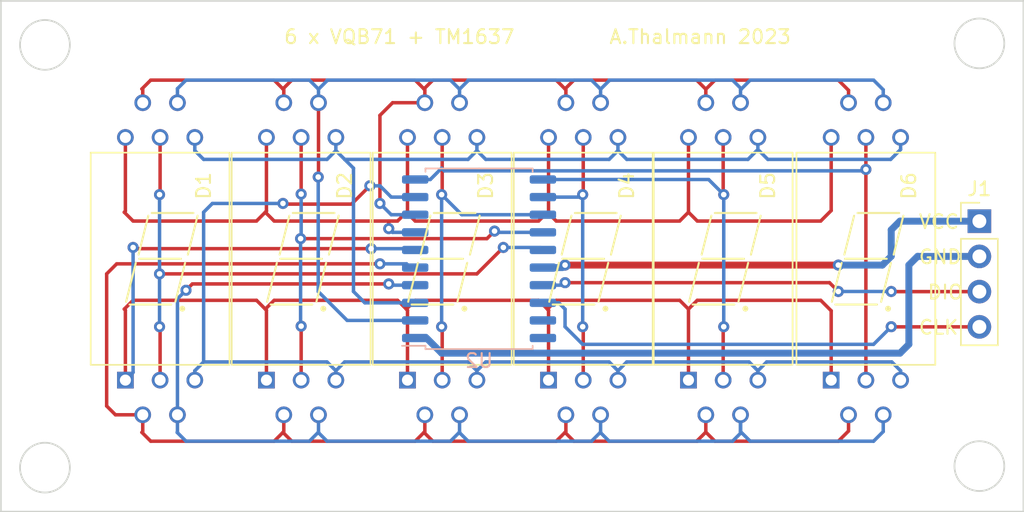
<source format=kicad_pcb>
(kicad_pcb (version 20221018) (generator pcbnew)
  (layers (0 "F.Cu" signal) (31 "B.Cu" signal) (34 "B.Paste" user) (35 "F.Paste" user) (36 "B.SilkS" user "B.Silkscreen") (37 "F.SilkS" user "F.Silkscreen") (38 "B.Mask" user) (39 "F.Mask" user) (44 "Edge.Cuts" user))
  (net 0 "")
  (net 1 "Net-(D1-E)")
  (net 2 "Net-(D1-D)")
  (net 3 "Net-(D1-C)")
  (net 4 "Net-(D1-H)")
  (net 5 "Net-(D1-B)")
  (net 6 "Net-(D1-A)")
  (net 7 "Net-(D1-G)")
  (net 8 "Net-(D1-F)")
  (net 9 "Net-(D1-gA1)")
  (net 10 "Net-(D2-gA1)")
  (net 11 "Net-(D3-gA1)")
  (net 12 "Net-(D4-gA1)")
  (net 13 "Net-(D5-gA1)")
  (net 14 "Net-(D6-gA1)")
  (net 17 "+5V")
  (net 18 "GND")
  (net 19 "Net-(J1-Pin_3)")
  (net 20 "Net-(J1-Pin_4)")
  (footprint "RFT_sonstiges:D_VQB71" (layer "F.Cu") (at 137.2 82.73)
    (fp_text reference "D3" (at 3.135 -5.26 90) (layer "F.SilkS"))
    (fp_text value "VQB71")
    (fp_line (start -2.45 3.1) (end -1.75 0.3) (stroke (width 0.15)) (layer "F.SilkS"))
    (fp_line (start -2.2 3.3) (end 0.8 3.3) (stroke (width 0.15)) (layer "F.SilkS"))
    (fp_line (start -1.55 -0.3) (end -0.85 -3.1) (stroke (width 0.15)) (layer "F.SilkS"))
    (fp_line (start -1.5 0) (end 1.5 0) (stroke (width 0.15)) (layer "F.SilkS"))
    (fp_line (start -0.6 -3.3) (end 2.4 -3.3) (stroke (width 0.15)) (layer "F.SilkS"))
    (fp_line (start 1.1 3.1) (end 1.8 0.3) (stroke (width 0.15)) (layer "F.SilkS"))
    (fp_line (start 2 -0.3) (end 2.7 -3.1) (stroke (width 0.15)) (layer "F.SilkS"))
    (fp_rect (start -5 -7.65) (end 5 7.65) (stroke (width 0.12)) (fill none) (layer "F.SilkS"))
    (fp_circle (center 1.6 3.6) (end 1.75 3.6) (stroke (width 0.12)) (fill solid) (layer "F.SilkS"))
    (pad "1" thru_hole rect (at -2.5 8.75) (size 1.2 1.2) (drill 0.8) (layers "*.Cu" "*.Mask") (net 1 "Net-(D1-E)"))
    (pad "2" thru_hole circle (at -1.25 11.25) (size 1.2 1.2) (drill 0.8) (layers "*.Cu" "*.Mask") (net 2 "Net-(D1-D)"))
    (pad "3" thru_hole circle (at 0 8.75) (size 1.2 1.2) (drill 0.8) (layers "*.Cu" "*.Mask") (net 11 "Net-(D3-gA1)"))
    (pad "4" thru_hole circle (at 1.25 11.25) (size 1.2 1.2) (drill 0.8) (layers "*.Cu" "*.Mask") (net 3 "Net-(D1-C)"))
    (pad "5" thru_hole circle (at 2.5 8.75) (size 1.2 1.2) (drill 0.8) (layers "*.Cu" "*.Mask") (net 4 "Net-(D1-H)"))
    (pad "6" thru_hole circle (at 2.5 -8.75) (size 1.2 1.2) (drill 0.8) (layers "*.Cu" "*.Mask") (net 5 "Net-(D1-B)"))
    (pad "7" thru_hole circle (at 1.25 -11.25) (size 1.2 1.2) (drill 0.8) (layers "*.Cu" "*.Mask") (net 6 "Net-(D1-A)"))
    (pad "8" thru_hole circle (at 0 -8.75) (size 1.2 1.2) (drill 0.8) (layers "*.Cu" "*.Mask") (net 11 "Net-(D3-gA1)"))
    (pad "9" thru_hole circle (at -1.25 -11.25) (size 1.2 1.2) (drill 0.8) (layers "*.Cu" "*.Mask") (net 7 "Net-(D1-G)"))
    (pad "10" thru_hole circle (at -2.5 -8.75) (size 1.2 1.2) (drill 0.8) (layers "*.Cu" "*.Mask") (net 8 "Net-(D1-F)"))
  )
  (footprint "RFT_sonstiges:D_VQB71" (layer "F.Cu") (at 157.44 82.73)
    (fp_text reference "D5" (at 3.215 -5.26 90) (layer "F.SilkS"))
    (fp_text value "VQB71")
    (fp_line (start -2.45 3.1) (end -1.75 0.3) (stroke (width 0.15)) (layer "F.SilkS"))
    (fp_line (start -2.2 3.3) (end 0.8 3.3) (stroke (width 0.15)) (layer "F.SilkS"))
    (fp_line (start -1.55 -0.3) (end -0.85 -3.1) (stroke (width 0.15)) (layer "F.SilkS"))
    (fp_line (start -1.5 0) (end 1.5 0) (stroke (width 0.15)) (layer "F.SilkS"))
    (fp_line (start -0.6 -3.3) (end 2.4 -3.3) (stroke (width 0.15)) (layer "F.SilkS"))
    (fp_line (start 1.1 3.1) (end 1.8 0.3) (stroke (width 0.15)) (layer "F.SilkS"))
    (fp_line (start 2 -0.3) (end 2.7 -3.1) (stroke (width 0.15)) (layer "F.SilkS"))
    (fp_rect (start -5 -7.65) (end 5 7.65) (stroke (width 0.12)) (fill none) (layer "F.SilkS"))
    (fp_circle (center 1.6 3.6) (end 1.75 3.6) (stroke (width 0.12)) (fill solid) (layer "F.SilkS"))
    (pad "1" thru_hole rect (at -2.5 8.75) (size 1.2 1.2) (drill 0.8) (layers "*.Cu" "*.Mask") (net 1 "Net-(D1-E)"))
    (pad "2" thru_hole circle (at -1.25 11.25) (size 1.2 1.2) (drill 0.8) (layers "*.Cu" "*.Mask") (net 2 "Net-(D1-D)"))
    (pad "3" thru_hole circle (at 0 8.75) (size 1.2 1.2) (drill 0.8) (layers "*.Cu" "*.Mask") (net 13 "Net-(D5-gA1)"))
    (pad "4" thru_hole circle (at 1.25 11.25) (size 1.2 1.2) (drill 0.8) (layers "*.Cu" "*.Mask") (net 3 "Net-(D1-C)"))
    (pad "5" thru_hole circle (at 2.5 8.75) (size 1.2 1.2) (drill 0.8) (layers "*.Cu" "*.Mask") (net 4 "Net-(D1-H)"))
    (pad "6" thru_hole circle (at 2.5 -8.75) (size 1.2 1.2) (drill 0.8) (layers "*.Cu" "*.Mask") (net 5 "Net-(D1-B)"))
    (pad "7" thru_hole circle (at 1.25 -11.25) (size 1.2 1.2) (drill 0.8) (layers "*.Cu" "*.Mask") (net 6 "Net-(D1-A)"))
    (pad "8" thru_hole circle (at 0 -8.75) (size 1.2 1.2) (drill 0.8) (layers "*.Cu" "*.Mask") (net 13 "Net-(D5-gA1)"))
    (pad "9" thru_hole circle (at -1.25 -11.25) (size 1.2 1.2) (drill 0.8) (layers "*.Cu" "*.Mask") (net 7 "Net-(D1-G)"))
    (pad "10" thru_hole circle (at -2.5 -8.75) (size 1.2 1.2) (drill 0.8) (layers "*.Cu" "*.Mask") (net 8 "Net-(D1-F)"))
  )
  (footprint "RFT_sonstiges:D_VQB71" (layer "F.Cu") (at 147.36 82.73)
    (fp_text reference "D4" (at 3.135 -5.26 90) (layer "F.SilkS"))
    (fp_text value "VQB71")
    (fp_line (start -2.45 3.1) (end -1.75 0.3) (stroke (width 0.15)) (layer "F.SilkS"))
    (fp_line (start -2.2 3.3) (end 0.8 3.3) (stroke (width 0.15)) (layer "F.SilkS"))
    (fp_line (start -1.55 -0.3) (end -0.85 -3.1) (stroke (width 0.15)) (layer "F.SilkS"))
    (fp_line (start -1.5 0) (end 1.5 0) (stroke (width 0.15)) (layer "F.SilkS"))
    (fp_line (start -0.6 -3.3) (end 2.4 -3.3) (stroke (width 0.15)) (layer "F.SilkS"))
    (fp_line (start 1.1 3.1) (end 1.8 0.3) (stroke (width 0.15)) (layer "F.SilkS"))
    (fp_line (start 2 -0.3) (end 2.7 -3.1) (stroke (width 0.15)) (layer "F.SilkS"))
    (fp_rect (start -5 -7.65) (end 5 7.65) (stroke (width 0.12)) (fill none) (layer "F.SilkS"))
    (fp_circle (center 1.6 3.6) (end 1.75 3.6) (stroke (width 0.12)) (fill solid) (layer "F.SilkS"))
    (pad "1" thru_hole rect (at -2.5 8.75) (size 1.2 1.2) (drill 0.8) (layers "*.Cu" "*.Mask") (net 1 "Net-(D1-E)"))
    (pad "2" thru_hole circle (at -1.25 11.25) (size 1.2 1.2) (drill 0.8) (layers "*.Cu" "*.Mask") (net 2 "Net-(D1-D)"))
    (pad "3" thru_hole circle (at 0 8.75) (size 1.2 1.2) (drill 0.8) (layers "*.Cu" "*.Mask") (net 12 "Net-(D4-gA1)"))
    (pad "4" thru_hole circle (at 1.25 11.25) (size 1.2 1.2) (drill 0.8) (layers "*.Cu" "*.Mask") (net 3 "Net-(D1-C)"))
    (pad "5" thru_hole circle (at 2.5 8.75) (size 1.2 1.2) (drill 0.8) (layers "*.Cu" "*.Mask") (net 4 "Net-(D1-H)"))
    (pad "6" thru_hole circle (at 2.5 -8.75) (size 1.2 1.2) (drill 0.8) (layers "*.Cu" "*.Mask") (net 5 "Net-(D1-B)"))
    (pad "7" thru_hole circle (at 1.25 -11.25) (size 1.2 1.2) (drill 0.8) (layers "*.Cu" "*.Mask") (net 6 "Net-(D1-A)"))
    (pad "8" thru_hole circle (at 0 -8.75) (size 1.2 1.2) (drill 0.8) (layers "*.Cu" "*.Mask") (net 12 "Net-(D4-gA1)"))
    (pad "9" thru_hole circle (at -1.25 -11.25) (size 1.2 1.2) (drill 0.8) (layers "*.Cu" "*.Mask") (net 7 "Net-(D1-G)"))
    (pad "10" thru_hole circle (at -2.5 -8.75) (size 1.2 1.2) (drill 0.8) (layers "*.Cu" "*.Mask") (net 8 "Net-(D1-F)"))
  )
  (footprint "RFT_sonstiges:D_VQB71" (layer "F.Cu") (at 116.88 82.73)
    (fp_text reference "D1" (at 3.135 -5.26 90) (layer "F.SilkS"))
    (fp_text value "VQB71")
    (fp_line (start -2.45 3.1) (end -1.75 0.3) (stroke (width 0.15)) (layer "F.SilkS"))
    (fp_line (start -2.2 3.3) (end 0.8 3.3) (stroke (width 0.15)) (layer "F.SilkS"))
    (fp_line (start -1.55 -0.3) (end -0.85 -3.1) (stroke (width 0.15)) (layer "F.SilkS"))
    (fp_line (start -1.5 0) (end 1.5 0) (stroke (width 0.15)) (layer "F.SilkS"))
    (fp_line (start -0.6 -3.3) (end 2.4 -3.3) (stroke (width 0.15)) (layer "F.SilkS"))
    (fp_line (start 1.1 3.1) (end 1.8 0.3) (stroke (width 0.15)) (layer "F.SilkS"))
    (fp_line (start 2 -0.3) (end 2.7 -3.1) (stroke (width 0.15)) (layer "F.SilkS"))
    (fp_rect (start -5 -7.65) (end 5 7.65) (stroke (width 0.12)) (fill none) (layer "F.SilkS"))
    (fp_circle (center 1.6 3.6) (end 1.75 3.6) (stroke (width 0.12)) (fill solid) (layer "F.SilkS"))
    (pad "1" thru_hole rect (at -2.5 8.75) (size 1.2 1.2) (drill 0.8) (layers "*.Cu" "*.Mask") (net 1 "Net-(D1-E)"))
    (pad "2" thru_hole circle (at -1.25 11.25) (size 1.2 1.2) (drill 0.8) (layers "*.Cu" "*.Mask") (net 2 "Net-(D1-D)"))
    (pad "3" thru_hole circle (at 0 8.75) (size 1.2 1.2) (drill 0.8) (layers "*.Cu" "*.Mask") (net 9 "Net-(D1-gA1)"))
    (pad "4" thru_hole circle (at 1.25 11.25) (size 1.2 1.2) (drill 0.8) (layers "*.Cu" "*.Mask") (net 3 "Net-(D1-C)"))
    (pad "5" thru_hole circle (at 2.5 8.75) (size 1.2 1.2) (drill 0.8) (layers "*.Cu" "*.Mask") (net 4 "Net-(D1-H)"))
    (pad "6" thru_hole circle (at 2.5 -8.75) (size 1.2 1.2) (drill 0.8) (layers "*.Cu" "*.Mask") (net 5 "Net-(D1-B)"))
    (pad "7" thru_hole circle (at 1.25 -11.25) (size 1.2 1.2) (drill 0.8) (layers "*.Cu" "*.Mask") (net 6 "Net-(D1-A)"))
    (pad "8" thru_hole circle (at 0 -8.75) (size 1.2 1.2) (drill 0.8) (layers "*.Cu" "*.Mask") (net 9 "Net-(D1-gA1)"))
    (pad "9" thru_hole circle (at -1.25 -11.25) (size 1.2 1.2) (drill 0.8) (layers "*.Cu" "*.Mask") (net 7 "Net-(D1-G)"))
    (pad "10" thru_hole circle (at -2.5 -8.75) (size 1.2 1.2) (drill 0.8) (layers "*.Cu" "*.Mask") (net 8 "Net-(D1-F)"))
  )
  (footprint "RFT_sonstiges:D_VQB71" (layer "F.Cu") (at 167.72 82.73)
    (fp_text reference "D6" (at 3.095 -5.26 90) (layer "F.SilkS"))
    (fp_text value "VQB71")
    (fp_line (start -2.45 3.1) (end -1.75 0.3) (stroke (width 0.15)) (layer "F.SilkS"))
    (fp_line (start -2.2 3.3) (end 0.8 3.3) (stroke (width 0.15)) (layer "F.SilkS"))
    (fp_line (start -1.55 -0.3) (end -0.85 -3.1) (stroke (width 0.15)) (layer "F.SilkS"))
    (fp_line (start -1.5 0) (end 1.5 0) (stroke (width 0.15)) (layer "F.SilkS"))
    (fp_line (start -0.6 -3.3) (end 2.4 -3.3) (stroke (width 0.15)) (layer "F.SilkS"))
    (fp_line (start 1.1 3.1) (end 1.8 0.3) (stroke (width 0.15)) (layer "F.SilkS"))
    (fp_line (start 2 -0.3) (end 2.7 -3.1) (stroke (width 0.15)) (layer "F.SilkS"))
    (fp_rect (start -5 -7.65) (end 5 7.65) (stroke (width 0.12)) (fill none) (layer "F.SilkS"))
    (fp_circle (center 1.6 3.6) (end 1.75 3.6) (stroke (width 0.12)) (fill solid) (layer "F.SilkS"))
    (pad "1" thru_hole rect (at -2.5 8.75) (size 1.2 1.2) (drill 0.8) (layers "*.Cu" "*.Mask") (net 1 "Net-(D1-E)"))
    (pad "2" thru_hole circle (at -1.25 11.25) (size 1.2 1.2) (drill 0.8) (layers "*.Cu" "*.Mask") (net 2 "Net-(D1-D)"))
    (pad "3" thru_hole circle (at 0 8.75) (size 1.2 1.2) (drill 0.8) (layers "*.Cu" "*.Mask") (net 14 "Net-(D6-gA1)"))
    (pad "4" thru_hole circle (at 1.25 11.25) (size 1.2 1.2) (drill 0.8) (layers "*.Cu" "*.Mask") (net 3 "Net-(D1-C)"))
    (pad "5" thru_hole circle (at 2.5 8.75) (size 1.2 1.2) (drill 0.8) (layers "*.Cu" "*.Mask") (net 4 "Net-(D1-H)"))
    (pad "6" thru_hole circle (at 2.5 -8.75) (size 1.2 1.2) (drill 0.8) (layers "*.Cu" "*.Mask") (net 5 "Net-(D1-B)"))
    (pad "7" thru_hole circle (at 1.25 -11.25) (size 1.2 1.2) (drill 0.8) (layers "*.Cu" "*.Mask") (net 6 "Net-(D1-A)"))
    (pad "8" thru_hole circle (at 0 -8.75) (size 1.2 1.2) (drill 0.8) (layers "*.Cu" "*.Mask") (net 14 "Net-(D6-gA1)"))
    (pad "9" thru_hole circle (at -1.25 -11.25) (size 1.2 1.2) (drill 0.8) (layers "*.Cu" "*.Mask") (net 7 "Net-(D1-G)"))
    (pad "10" thru_hole circle (at -2.5 -8.75) (size 1.2 1.2) (drill 0.8) (layers "*.Cu" "*.Mask") (net 8 "Net-(D1-F)"))
  )
  (footprint "Connector_PinHeader_2.54mm:PinHeader_1x04_P2.54mm_Vertical" (layer "F.Cu") (at 175.895 80.02)
    (fp_text reference "J1" (at 0 -2.33) (layer "F.SilkS"))
    (fp_text value "Conn_1x4")
    (fp_line (start -1.33 -1.33) (end 0 -1.33) (stroke (width 0.12)) (layer "F.SilkS"))
    (fp_line (start -1.33 0) (end -1.33 -1.33) (stroke (width 0.12)) (layer "F.SilkS"))
    (fp_line (start -1.33 1.27) (end -1.33 8.95) (stroke (width 0.12)) (layer "F.SilkS"))
    (fp_line (start -1.33 1.27) (end 1.33 1.27) (stroke (width 0.12)) (layer "F.SilkS"))
    (fp_line (start -1.33 8.95) (end 1.33 8.95) (stroke (width 0.12)) (layer "F.SilkS"))
    (fp_line (start 1.33 1.27) (end 1.33 8.95) (stroke (width 0.12)) (layer "F.SilkS"))
    (pad "1" thru_hole rect (at 0 0) (size 1.7 1.7) (drill 1) (layers "*.Cu" "*.Mask") (net 17 "+5V"))
    (pad "2" thru_hole oval (at 0 2.54) (size 1.7 1.7) (drill 1) (layers "*.Cu" "*.Mask") (net 18 "GND"))
    (pad "3" thru_hole oval (at 0 5.08) (size 1.7 1.7) (drill 1) (layers "*.Cu" "*.Mask") (net 19 "Net-(J1-Pin_3)"))
    (pad "4" thru_hole oval (at 0 7.62) (size 1.7 1.7) (drill 1) (layers "*.Cu" "*.Mask") (net 20 "Net-(J1-Pin_4)"))
  )
  (footprint "RFT_sonstiges:D_VQB71" (layer "F.Cu") (at 127.04 82.73)
    (fp_text reference "D2" (at 3.135 -5.26 90) (layer "F.SilkS"))
    (fp_text value "VQB71")
    (fp_line (start -2.45 3.1) (end -1.75 0.3) (stroke (width 0.15)) (layer "F.SilkS"))
    (fp_line (start -2.2 3.3) (end 0.8 3.3) (stroke (width 0.15)) (layer "F.SilkS"))
    (fp_line (start -1.55 -0.3) (end -0.85 -3.1) (stroke (width 0.15)) (layer "F.SilkS"))
    (fp_line (start -1.5 0) (end 1.5 0) (stroke (width 0.15)) (layer "F.SilkS"))
    (fp_line (start -0.6 -3.3) (end 2.4 -3.3) (stroke (width 0.15)) (layer "F.SilkS"))
    (fp_line (start 1.1 3.1) (end 1.8 0.3) (stroke (width 0.15)) (layer "F.SilkS"))
    (fp_line (start 2 -0.3) (end 2.7 -3.1) (stroke (width 0.15)) (layer "F.SilkS"))
    (fp_rect (start -5 -7.65) (end 5 7.65) (stroke (width 0.12)) (fill none) (layer "F.SilkS"))
    (fp_circle (center 1.6 3.6) (end 1.75 3.6) (stroke (width 0.12)) (fill solid) (layer "F.SilkS"))
    (pad "1" thru_hole rect (at -2.5 8.75) (size 1.2 1.2) (drill 0.8) (layers "*.Cu" "*.Mask") (net 1 "Net-(D1-E)"))
    (pad "2" thru_hole circle (at -1.25 11.25) (size 1.2 1.2) (drill 0.8) (layers "*.Cu" "*.Mask") (net 2 "Net-(D1-D)"))
    (pad "3" thru_hole circle (at 0 8.75) (size 1.2 1.2) (drill 0.8) (layers "*.Cu" "*.Mask") (net 10 "Net-(D2-gA1)"))
    (pad "4" thru_hole circle (at 1.25 11.25) (size 1.2 1.2) (drill 0.8) (layers "*.Cu" "*.Mask") (net 3 "Net-(D1-C)"))
    (pad "5" thru_hole circle (at 2.5 8.75) (size 1.2 1.2) (drill 0.8) (layers "*.Cu" "*.Mask") (net 4 "Net-(D1-H)"))
    (pad "6" thru_hole circle (at 2.5 -8.75) (size 1.2 1.2) (drill 0.8) (layers "*.Cu" "*.Mask") (net 5 "Net-(D1-B)"))
    (pad "7" thru_hole circle (at 1.25 -11.25) (size 1.2 1.2) (drill 0.8) (layers "*.Cu" "*.Mask") (net 6 "Net-(D1-A)"))
    (pad "8" thru_hole circle (at 0 -8.75) (size 1.2 1.2) (drill 0.8) (layers "*.Cu" "*.Mask") (net 10 "Net-(D2-gA1)"))
    (pad "9" thru_hole circle (at -1.25 -11.25) (size 1.2 1.2) (drill 0.8) (layers "*.Cu" "*.Mask") (net 7 "Net-(D1-G)"))
    (pad "10" thru_hole circle (at -2.5 -8.75) (size 1.2 1.2) (drill 0.8) (layers "*.Cu" "*.Mask") (net 8 "Net-(D1-F)"))
  )
  (footprint "Package_SO:SOP-20_7.5x12.8mm_P1.27mm" (layer "B.Cu") (at 139.855 82.73)
    (fp_text reference "U2" (at 0 7.35 -360) (layer "B.SilkS") (effects (justify mirror)))
    (fp_text value "TM1637")
    (fp_line (start -3.86 -6.51) (end -3.86 -6.275) (stroke (width 0.12)) (layer "B.SilkS"))
    (fp_line (start -3.86 6.275) (end -5.55 6.275) (stroke (width 0.12)) (layer "B.SilkS"))
    (fp_line (start -3.86 6.51) (end -3.86 6.275) (stroke (width 0.12)) (layer "B.SilkS"))
    (fp_line (start 0 -6.51) (end -3.86 -6.51) (stroke (width 0.12)) (layer "B.SilkS"))
    (fp_line (start 0 -6.51) (end 3.86 -6.51) (stroke (width 0.12)) (layer "B.SilkS"))
    (fp_line (start 0 6.51) (end -3.86 6.51) (stroke (width 0.12)) (layer "B.SilkS"))
    (fp_line (start 0 6.51) (end 3.86 6.51) (stroke (width 0.12)) (layer "B.SilkS"))
    (fp_line (start 3.86 -6.51) (end 3.86 -6.275) (stroke (width 0.12)) (layer "B.SilkS"))
    (fp_line (start 3.86 6.51) (end 3.86 6.275) (stroke (width 0.12)) (layer "B.SilkS"))
    (pad "1" smd roundrect (at -4.6 5.715) (size 1.9 0.6) (layers "B.Cu" "B.Paste" "B.Mask") (net 18 "GND"))
    (pad "2" smd roundrect (at -4.6 4.445) (size 1.9 0.6) (layers "B.Cu" "B.Paste" "B.Mask") (net 6 "Net-(D1-A)"))
    (pad "3" smd roundrect (at -4.6 3.175) (size 1.9 0.6) (layers "B.Cu" "B.Paste" "B.Mask") (net 5 "Net-(D1-B)"))
    (pad "4" smd roundrect (at -4.6 1.905) (size 1.9 0.6) (layers "B.Cu" "B.Paste" "B.Mask") (net 3 "Net-(D1-C)"))
    (pad "5" smd roundrect (at -4.6 0.635) (size 1.9 0.6) (layers "B.Cu" "B.Paste" "B.Mask") (net 2 "Net-(D1-D)"))
    (pad "6" smd roundrect (at -4.6 -0.635) (size 1.9 0.6) (layers "B.Cu" "B.Paste" "B.Mask") (net 1 "Net-(D1-E)"))
    (pad "7" smd roundrect (at -4.6 -1.905) (size 1.9 0.6) (layers "B.Cu" "B.Paste" "B.Mask") (net 8 "Net-(D1-F)"))
    (pad "8" smd roundrect (at -4.6 -3.175) (size 1.9 0.6) (layers "B.Cu" "B.Paste" "B.Mask") (net 7 "Net-(D1-G)"))
    (pad "9" smd roundrect (at -4.6 -4.445) (size 1.9 0.6) (layers "B.Cu" "B.Paste" "B.Mask") (net 4 "Net-(D1-H)"))
    (pad "10" smd roundrect (at -4.6 -5.715) (size 1.9 0.6) (layers "B.Cu" "B.Paste" "B.Mask") (net 14 "Net-(D6-gA1)"))
    (pad "11" smd roundrect (at 4.6 -5.715) (size 1.9 0.6) (layers "B.Cu" "B.Paste" "B.Mask") (net 13 "Net-(D5-gA1)"))
    (pad "12" smd roundrect (at 4.6 -4.445) (size 1.9 0.6) (layers "B.Cu" "B.Paste" "B.Mask") (net 12 "Net-(D4-gA1)"))
    (pad "13" smd roundrect (at 4.6 -3.175) (size 1.9 0.6) (layers "B.Cu" "B.Paste" "B.Mask") (net 11 "Net-(D3-gA1)"))
    (pad "14" smd roundrect (at 4.6 -1.905) (size 1.9 0.6) (layers "B.Cu" "B.Paste" "B.Mask") (net 10 "Net-(D2-gA1)"))
    (pad "15" smd roundrect (at 4.6 -0.635) (size 1.9 0.6) (layers "B.Cu" "B.Paste" "B.Mask") (net 9 "Net-(D1-gA1)"))
    (pad "16" smd roundrect (at 4.6 0.635) (size 1.9 0.6) (layers "B.Cu" "B.Paste" "B.Mask") (net 17 "+5V"))
    (pad "17" smd roundrect (at 4.6 1.905) (size 1.9 0.6) (layers "B.Cu" "B.Paste" "B.Mask") (net 19 "Net-(J1-Pin_3)"))
    (pad "18" smd roundrect (at 4.6 3.175) (size 1.9 0.6) (layers "B.Cu" "B.Paste" "B.Mask") (net 20 "Net-(J1-Pin_4)"))
    (pad "19" smd roundrect (at 4.6 4.445) (size 1.9 0.6) (layers "B.Cu" "B.Paste" "B.Mask"))
    (pad "20" smd roundrect (at 4.6 5.715) (size 1.9 0.6) (layers "B.Cu" "B.Paste" "B.Mask"))
  )
  (gr_rect (start 105.41 64.135) (end 179.07 100.965) (stroke (width 0.125)) (fill none) (layer "Edge.Cuts"))
  (gr_circle (center 175.895 97.681051) (end 177.165 98.951051) (stroke (width 0.125)) (fill none) (layer "Edge.Cuts"))
  (gr_circle (center 108.585 97.79) (end 109.855 99.06) (stroke (width 0.125)) (fill none) (layer "Edge.Cuts"))
  (gr_circle (center 108.585 67.31) (end 109.855 68.58) (stroke (width 0.125)) (fill none) (layer "Edge.Cuts"))
  (gr_circle (center 175.895 67.201051) (end 177.165 68.471051) (stroke (width 0.125)) (fill none) (layer "Edge.Cuts"))
  (gr_text "DIO" (at 172.085 85.725) (layer "F.SilkS") (effects (font (size 1 1)) (justify left bottom)))
  (gr_text "VCC" (at 171.45 80.645) (layer "F.SilkS") (effects (font (size 1 1)) (justify left bottom)))
  (gr_text "6 x VQB71 + TM1637         A.Thalmann 2023" (at 125.73 67.31) (layer "F.SilkS") (effects (font (size 1 1)) (justify left bottom)))
  (gr_text "GND" (at 171.45 83.185) (layer "F.SilkS") (effects (font (size 1 1)) (justify left bottom)))
  (gr_text "CLK" (at 171.45 88.265) (layer "F.SilkS") (effects (font (size 1 1)) (justify left bottom)))
  (segment (start 164.465 85.725) (end 155.575 85.725) (width 0.25) (layer "F.Cu") (net 1))
  (segment (start 135.255 85.725) (end 134.62 86.36) (width 0.25) (layer "F.Cu") (net 1))
  (segment (start 165.22 91.48) (end 165.22 86.48) (width 0.25) (layer "F.Cu") (net 1))
  (segment (start 123.825 85.725) (end 114.935 85.725) (width 0.25) (layer "F.Cu") (net 1))
  (segment (start 144.78 86.36) (end 144.86 86.44) (width 0.25) (layer "F.Cu") (net 1))
  (segment (start 124.54 86.44) (end 124.54 91.48) (width 0.25) (layer "F.Cu") (net 1))
  (segment (start 114.935 85.725) (end 114.3 86.36) (width 0.25) (layer "F.Cu") (net 1))
  (segment (start 134.62 86.36) (end 133.985 85.725) (width 0.25) (layer "F.Cu") (net 1))
  (segment (start 165.22 86.48) (end 164.465 85.725) (width 0.25) (layer "F.Cu") (net 1))
  (segment (start 132.08 82.0045) (end 115.0245 82.0045) (width 0.25) (layer "F.Cu") (net 1))
  (segment (start 125.095 85.725) (end 124.46 86.36) (width 0.25) (layer "F.Cu") (net 1))
  (segment (start 144.86 86.44) (end 144.86 91.48) (width 0.25) (layer "F.Cu") (net 1))
  (segment (start 145.415 85.725) (end 144.78 86.36) (width 0.25) (layer "F.Cu") (net 1))
  (segment (start 144.86 86.44) (end 144.145 85.725) (width 0.25) (layer "F.Cu") (net 1))
  (segment (start 114.3 86.36) (end 114.38 86.44) (width 0.25) (layer "F.Cu") (net 1))
  (segment (start 134.7 86.44) (end 134.7 91.48) (width 0.25) (layer "F.Cu") (net 1))
  (segment (start 144.145 85.725) (end 135.255 85.725) (width 0.25) (layer "F.Cu") (net 1))
  (segment (start 154.305 85.725) (end 145.415 85.725) (width 0.25) (layer "F.Cu") (net 1))
  (segment (start 114.38 86.44) (end 114.38 91.48) (width 0.25) (layer "F.Cu") (net 1))
  (segment (start 133.985 85.725) (end 125.095 85.725) (width 0.25) (layer "F.Cu") (net 1))
  (segment (start 124.46 86.36) (end 124.54 86.44) (width 0.25) (layer "F.Cu") (net 1))
  (segment (start 134.62 86.36) (end 134.7 86.44) (width 0.25) (layer "F.Cu") (net 1))
  (segment (start 124.46 86.36) (end 123.825 85.725) (width 0.25) (layer "F.Cu") (net 1))
  (segment (start 154.94 86.36) (end 154.94 91.48) (width 0.25) (layer "F.Cu") (net 1))
  (segment (start 155.575 85.725) (end 154.94 86.36) (width 0.25) (layer "F.Cu") (net 1))
  (segment (start 154.94 86.36) (end 154.305 85.725) (width 0.25) (layer "F.Cu") (net 1))
  (segment (start 115.0245 82.0045) (end 114.935 81.915) (width 0.25) (layer "F.Cu") (net 1))
  (via (at 132.08 82.0045) (size 0.8) (drill 0.4) (layers "F.Cu" "B.Cu") (net 1))
  (via (at 114.935 81.915) (size 0.8) (drill 0.4) (layers "F.Cu" "B.Cu") (net 1))
  (segment (start 135.255 82.095) (end 135.1645 82.0045) (width 0.25) (layer "B.Cu") (net 1))
  (segment (start 114.935 81.915) (end 114.935 90.925) (width 0.25) (layer "B.Cu") (net 1))
  (segment (start 135.1645 82.0045) (end 132.08 82.0045) (width 0.25) (layer "B.Cu") (net 1))
  (segment (start 114.935 90.925) (end 114.38 91.48) (width 0.25) (layer "B.Cu") (net 1))
  (segment (start 166.47 93.98) (end 166.47 95.15) (width 0.25) (layer "F.Cu") (net 2))
  (segment (start 135.255 95.885) (end 126.365 95.885) (width 0.25) (layer "F.Cu") (net 2))
  (segment (start 126.365 95.885) (end 125.73 95.25) (width 0.25) (layer "F.Cu") (net 2))
  (segment (start 156.845 95.885) (end 156.19 95.23) (width 0.25) (layer "F.Cu") (net 2))
  (segment (start 116.205 95.885) (end 115.57 95.25) (width 0.25) (layer "F.Cu") (net 2))
  (segment (start 155.575 95.885) (end 146.685 95.885) (width 0.25) (layer "F.Cu") (net 2))
  (segment (start 146.05 95.25) (end 146.11 95.19) (width 0.25) (layer "F.Cu") (net 2))
  (segment (start 113.03 83.82) (end 113.03 93.345) (width 0.25) (layer "F.Cu") (net 2))
  (segment (start 165.735 95.885) (end 156.845 95.885) (width 0.25) (layer "F.Cu") (net 2))
  (segment (start 113.7545 83.0955) (end 113.03 83.82) (width 0.25) (layer "F.Cu") (net 2))
  (segment (start 115.63 95.19) (end 115.63 93.98) (width 0.25) (layer "F.Cu") (net 2))
  (segment (start 145.415 95.885) (end 136.525 95.885) (width 0.25) (layer "F.Cu") (net 2))
  (segment (start 135.89 95.25) (end 135.95 95.19) (width 0.25) (layer "F.Cu") (net 2))
  (segment (start 115.57 95.25) (end 115.63 95.19) (width 0.25) (layer "F.Cu") (net 2))
  (segment (start 135.95 95.19) (end 135.95 93.98) (width 0.25) (layer "F.Cu") (net 2))
  (segment (start 125.73 95.25) (end 125.79 95.19) (width 0.25) (layer "F.Cu") (net 2))
  (segment (start 113.665 93.98) (end 115.63 93.98) (width 0.25) (layer "F.Cu") (net 2))
  (segment (start 113.03 93.345) (end 113.665 93.98) (width 0.25) (layer "F.Cu") (net 2))
  (segment (start 132.715 83.0955) (end 113.7545 83.0955) (width 0.25) (layer "F.Cu") (net 2))
  (segment (start 125.095 95.885) (end 116.205 95.885) (width 0.25) (layer "F.Cu") (net 2))
  (segment (start 125.79 95.19) (end 125.79 93.98) (width 0.25) (layer "F.Cu") (net 2))
  (segment (start 156.19 95.23) (end 155.575 95.845) (width 0.25) (layer "F.Cu") (net 2))
  (segment (start 146.685 95.885) (end 146.05 95.25) (width 0.25) (layer "F.Cu") (net 2))
  (segment (start 146.11 95.19) (end 146.11 93.98) (width 0.25) (layer "F.Cu") (net 2))
  (segment (start 155.575 95.845) (end 155.575 95.885) (width 0.25) (layer "F.Cu") (net 2))
  (segment (start 156.19 95.23) (end 156.19 93.98) (width 0.25) (layer "F.Cu") (net 2))
  (segment (start 125.73 95.25) (end 125.095 95.885) (width 0.25) (layer "F.Cu") (net 2))
  (segment (start 136.525 95.885) (end 135.89 95.25) (width 0.25) (layer "F.Cu") (net 2))
  (segment (start 166.47 95.15) (end 165.735 95.885) (width 0.25) (layer "F.Cu") (net 2))
  (segment (start 135.89 95.25) (end 135.255 95.885) (width 0.25) (layer "F.Cu") (net 2))
  (segment (start 146.05 95.25) (end 145.415 95.885) (width 0.25) (layer "F.Cu") (net 2))
  (via (at 132.715 83.0955) (size 0.8) (drill 0.4) (layers "F.Cu" "B.Cu") (net 2))
  (segment (start 134.903249 83.365) (end 134.633749 83.0955) (width 0.25) (layer "B.Cu") (net 2))
  (segment (start 135.255 83.365) (end 134.903249 83.365) (width 0.25) (layer "B.Cu") (net 2))
  (segment (start 134.633749 83.0955) (end 132.715 83.0955) (width 0.25) (layer "B.Cu") (net 2))
  (segment (start 119.201 84.5445) (end 118.745 85.0005) (width 0.25) (layer "F.Cu") (net 3))
  (segment (start 133.35 84.5445) (end 119.201 84.5445) (width 0.25) (layer "F.Cu") (net 3))
  (via (at 118.745 85.0005) (size 0.8) (drill 0.4) (layers "F.Cu" "B.Cu") (net 3))
  (via (at 133.35 84.5445) (size 0.8) (drill 0.4) (layers "F.Cu" "B.Cu") (net 3))
  (segment (start 118.11 95.25) (end 118.13 95.23) (width 0.25) (layer "B.Cu") (net 3))
  (segment (start 118.13 85.6155) (end 118.13 93.98) (width 0.25) (layer "B.Cu") (net 3))
  (segment (start 128.29 95.23) (end 127.635 95.885) (width 0.25) (layer "B.Cu") (net 3))
  (segment (start 138.45 95.23) (end 138.45 93.98) (width 0.25) (layer "B.Cu") (net 3))
  (segment (start 168.97 95.19) (end 168.275 95.885) (width 0.25) (layer "B.Cu") (net 3))
  (segment (start 128.27 95.25) (end 128.29 95.23) (width 0.25) (layer "B.Cu") (net 3))
  (segment (start 159.385 95.885) (end 158.69 95.19) (width 0.25) (layer "B.Cu") (net 3))
  (segment (start 149.225 95.885) (end 148.59 95.25) (width 0.25) (layer "B.Cu") (net 3))
  (segment (start 138.45 95.23) (end 137.795 95.885) (width 0.25) (layer "B.Cu") (net 3))
  (segment (start 118.745 95.885) (end 118.11 95.25) (width 0.25) (layer "B.Cu") (net 3))
  (segment (start 168.275 95.885) (end 159.385 95.885) (width 0.25) (layer "B.Cu") (net 3))
  (segment (start 158.115 95.885) (end 149.225 95.885) (width 0.25) (layer "B.Cu") (net 3))
  (segment (start 118.13 95.23) (end 118.13 93.98) (width 0.25) (layer "B.Cu") (net 3))
  (segment (start 158.69 95.19) (end 158.69 93.98) (width 0.25) (layer "B.Cu") (net 3))
  (segment (start 133.4405 84.635) (end 133.35 84.5445) (width 0.25) (layer "B.Cu") (net 3))
  (segment (start 148.61 95.23) (end 148.61 93.98) (width 0.25) (layer "B.Cu") (net 3))
  (segment (start 127.635 95.885) (end 118.745 95.885) (width 0.25) (layer "B.Cu") (net 3))
  (segment (start 158.69 93.98) (end 158.69 95.31) (width 0.25) (layer "B.Cu") (net 3))
  (segment (start 158.69 95.31) (end 158.115 95.885) (width 0.25) (layer "B.Cu") (net 3))
  (segment (start 147.955 95.885) (end 139.065 95.885) (width 0.25) (layer "B.Cu") (net 3))
  (segment (start 148.61 95.23) (end 147.955 95.885) (width 0.25) (layer "B.Cu") (net 3))
  (segment (start 168.97 93.98) (end 168.97 95.19) (width 0.25) (layer "B.Cu") (net 3))
  (segment (start 138.43 95.25) (end 138.45 95.23) (width 0.25) (layer "B.Cu") (net 3))
  (segment (start 128.29 95.23) (end 128.29 93.98) (width 0.25) (layer "B.Cu") (net 3))
  (segment (start 135.255 84.635) (end 133.4405 84.635) (width 0.25) (layer "B.Cu") (net 3))
  (segment (start 128.905 95.885) (end 128.27 95.25) (width 0.25) (layer "B.Cu") (net 3))
  (segment (start 148.59 95.25) (end 148.61 95.23) (width 0.25) (layer "B.Cu") (net 3))
  (segment (start 118.745 85.0005) (end 118.13 85.6155) (width 0.25) (layer "B.Cu") (net 3))
  (segment (start 139.065 95.885) (end 138.43 95.25) (width 0.25) (layer "B.Cu") (net 3))
  (segment (start 137.795 95.885) (end 128.905 95.885) (width 0.25) (layer "B.Cu") (net 3))
  (segment (start 130.6705 78.79) (end 125.78 78.79) (width 0.25) (layer "F.Cu") (net 4))
  (segment (start 131.9905 77.47) (end 130.6705 78.79) (width 0.25) (layer "F.Cu") (net 4))
  (segment (start 125.78 78.79) (end 125.73 78.74) (width 0.25) (layer "F.Cu") (net 4))
  (via (at 125.73 78.74) (size 0.8) (drill 0.4) (layers "F.Cu" "B.Cu") (net 4))
  (via (at 131.9905 77.47) (size 0.8) (drill 0.4) (layers "F.Cu" "B.Cu") (net 4))
  (segment (start 125.73 78.74) (end 120.65 78.74) (width 0.25) (layer "B.Cu") (net 4))
  (segment (start 120.65 78.74) (end 120.015 79.375) (width 0.25) (layer "B.Cu") (net 4))
  (segment (start 169.585 90.17) (end 160.575 90.17) (width 0.25) (layer "B.Cu") (net 4))
  (segment (start 133.53 78.285) (end 132.715 77.47) (width 0.25) (layer "B.Cu") (net 4))
  (segment (start 128.905 90.17) (end 120.015 90.17) (width 0.25) (layer "B.Cu") (net 4))
  (segment (start 119.38 90.805) (end 119.38 91.48) (width 0.25) (layer "B.Cu") (net 4))
  (segment (start 139.7 90.805) (end 139.7 91.48) (width 0.25) (layer "B.Cu") (net 4))
  (segment (start 139.065 90.17) (end 130.175 90.17) (width 0.25) (layer "B.Cu") (net 4))
  (segment (start 170.22 90.805) (end 169.585 90.17) (width 0.25) (layer "B.Cu") (net 4))
  (segment (start 132.715 77.47) (end 131.9905 77.47) (width 0.25) (layer "B.Cu") (net 4))
  (segment (start 150.495 90.17) (end 149.86 90.805) (width 0.25) (layer "B.Cu") (net 4))
  (segment (start 129.54 90.805) (end 128.905 90.17) (width 0.25) (layer "B.Cu") (net 4))
  (segment (start 140.335 90.17) (end 139.7 90.805) (width 0.25) (layer "B.Cu") (net 4))
  (segment (start 149.225 90.17) (end 140.335 90.17) (width 0.25) (layer "B.Cu") (net 4))
  (segment (start 149.86 90.805) (end 149.225 90.17) (width 0.25) (layer "B.Cu") (net 4))
  (segment (start 130.175 90.17) (end 129.54 90.805) (width 0.25) (layer "B.Cu") (net 4))
  (segment (start 149.86 90.805) (end 149.86 91.48) (width 0.25) (layer "B.Cu") (net 4))
  (segment (start 139.7 90.805) (end 139.065 90.17) (width 0.25) (layer "B.Cu") (net 4))
  (segment (start 159.94 91.48) (end 159.94 90.805) (width 0.25) (layer "B.Cu") (net 4))
  (segment (start 160.575 90.17) (end 159.94 90.805) (width 0.25) (layer "B.Cu") (net 4))
  (segment (start 120.015 79.375) (end 120.015 90.17) (width 0.25) (layer "B.Cu") (net 4))
  (segment (start 129.54 90.805) (end 129.54 91.48) (width 0.25) (layer "B.Cu") (net 4))
  (segment (start 120.015 90.17) (end 119.38 90.805) (width 0.25) (layer "B.Cu") (net 4))
  (segment (start 170.22 91.48) (end 170.22 90.805) (width 0.25) (layer "B.Cu") (net 4))
  (segment (start 135.255 78.285) (end 133.53 78.285) (width 0.25) (layer "B.Cu") (net 4))
  (segment (start 159.94 90.805) (end 159.305 90.17) (width 0.25) (layer "B.Cu") (net 4))
  (segment (start 159.305 90.17) (end 150.495 90.17) (width 0.25) (layer "B.Cu") (net 4))
  (segment (start 170.22 73.98) (end 170.22 74.85) (width 0.25) (layer "B.Cu") (net 5))
  (segment (start 150.495 75.565) (end 149.86 74.93) (width 0.25) (layer "B.Cu") (net 5))
  (segment (start 131.625 85.905) (end 130.81 85.09) (width 0.25) (layer "B.Cu") (net 5))
  (segment (start 139.7 74.93) (end 139.065 75.565) (width 0.25) (layer "B.Cu") (net 5))
  (segment (start 129.54 74.93) (end 128.905 75.565) (width 0.25) (layer "B.Cu") (net 5))
  (segment (start 135.255 85.905) (end 131.625 85.905) (width 0.25) (layer "B.Cu") (net 5))
  (segment (start 139.065 75.565) (end 130.175 75.565) (width 0.25) (layer "B.Cu") (net 5))
  (segment (start 140.335 75.565) (end 139.7 74.93) (width 0.25) (layer "B.Cu") (net 5))
  (segment (start 159.225 75.565) (end 150.495 75.565) (width 0.25) (layer "B.Cu") (net 5))
  (segment (start 159.94 73.98) (end 159.94 74.93) (width 0.25) (layer "B.Cu") (net 5))
  (segment (start 169.505 75.565) (end 160.655 75.565) (width 0.25) (layer "B.Cu") (net 5))
  (segment (start 149.86 73.98) (end 149.86 74.93) (width 0.25) (layer "B.Cu") (net 5))
  (segment (start 160.655 75.565) (end 160.02 74.93) (width 0.25) (layer "B.Cu") (net 5))
  (segment (start 119.38 74.93) (end 119.38 73.98) (width 0.25) (layer "B.Cu") (net 5))
  (segment (start 149.86 74.93) (end 149.225 75.565) (width 0.25) (layer "B.Cu") (net 5))
  (segment (start 170.22 74.85) (end 169.505 75.565) (width 0.25) (layer "B.Cu") (net 5))
  (segment (start 149.225 75.565) (end 140.335 75.565) (width 0.25) (layer "B.Cu") (net 5))
  (segment (start 139.7 73.98) (end 139.7 74.93) (width 0.25) (layer "B.Cu") (net 5))
  (segment (start 130.81 85.09) (end 130.81 76.2) (width 0.25) (layer "B.Cu") (net 5))
  (segment (start 129.54 73.98) (end 129.54 74.93) (width 0.25) (layer "B.Cu") (net 5))
  (segment (start 130.175 75.565) (end 129.54 74.93) (width 0.25) (layer "B.Cu") (net 5))
  (segment (start 130.81 76.2) (end 130.175 75.565) (width 0.25) (layer "B.Cu") (net 5))
  (segment (start 159.86 74.93) (end 159.225 75.565) (width 0.25) (layer "B.Cu") (net 5))
  (segment (start 128.905 75.565) (end 120.015 75.565) (width 0.25) (layer "B.Cu") (net 5))
  (segment (start 120.015 75.565) (end 119.38 74.93) (width 0.25) (layer "B.Cu") (net 5))
  (segment (start 128.29 76.815) (end 128.29 71.48) (width 0.25) (layer "F.Cu") (net 6))
  (segment (start 128.27 76.835) (end 128.29 76.815) (width 0.25) (layer "F.Cu") (net 6))
  (via (at 128.27 76.835) (size 0.8) (drill 0.4) (layers "F.Cu" "B.Cu") (net 6))
  (segment (start 128.27 85.09) (end 128.27 76.835) (width 0.25) (layer "B.Cu") (net 6))
  (segment (start 137.795 69.85) (end 138.45 70.505) (width 0.25) (layer "B.Cu") (net 6))
  (segment (start 168.275 69.85) (end 168.97 70.545) (width 0.25) (layer "B.Cu") (net 6))
  (segment (start 118.13 71.48) (end 118.13 70.465) (width 0.25) (layer "B.Cu") (net 6))
  (segment (start 118.745 69.85) (end 127.635 69.85) (width 0.25) (layer "B.Cu") (net 6))
  (segment (start 139.065 69.85) (end 147.955 69.85) (width 0.25) (layer "B.Cu") (net 6))
  (segment (start 168.97 70.545) (end 168.97 71.48) (width 0.25) (layer "B.Cu") (net 6))
  (segment (start 148.61 70.505) (end 149.225 69.89) (width 0.25) (layer "B.Cu") (net 6))
  (segment (start 128.29 70.505) (end 128.905 69.89) (width 0.25) (layer "B.Cu") (net 6))
  (segment (start 128.905 69.89) (end 128.905 69.85) (width 0.25) (layer "B.Cu") (net 6))
  (segment (start 138.45 70.505) (end 139.065 69.89) (width 0.25) (layer "B.Cu") (net 6))
  (segment (start 130.355 87.175) (end 128.27 85.09) (width 0.25) (layer "B.Cu") (net 6))
  (segment (start 148.61 70.505) (end 148.61 71.48) (width 0.25) (layer "B.Cu") (net 6))
  (segment (start 138.45 70.505) (end 138.45 71.48) (width 0.25) (layer "B.Cu") (net 6))
  (segment (start 128.29 70.505) (end 128.29 71.48) (width 0.25) (layer "B.Cu") (net 6))
  (segment (start 158.75 70.485) (end 158.69 70.545) (width 0.25) (layer "B.Cu") (net 6))
  (segment (start 159.385 69.85) (end 168.275 69.85) (width 0.25) (layer "B.Cu") (net 6))
  (segment (start 158.75 70.485) (end 159.385 69.85) (width 0.25) (layer "B.Cu") (net 6))
  (segment (start 118.13 70.465) (end 118.745 69.85) (width 0.25) (layer "B.Cu") (net 6))
  (segment (start 149.225 69.89) (end 149.225 69.85) (width 0.25) (layer "B.Cu") (net 6))
  (segment (start 149.225 69.85) (end 158.115 69.85) (width 0.25) (layer "B.Cu") (net 6))
  (segment (start 158.69 70.545) (end 158.69 71.48) (width 0.25) (layer "B.Cu") (net 6))
  (segment (start 135.255 87.175) (end 130.355 87.175) (width 0.25) (layer "B.Cu") (net 6))
  (segment (start 158.115 69.85) (end 158.75 70.485) (width 0.25) (layer "B.Cu") (net 6))
  (segment (start 139.065 69.89) (end 139.065 69.85) (width 0.25) (layer "B.Cu") (net 6))
  (segment (start 127.635 69.85) (end 128.29 70.505) (width 0.25) (layer "B.Cu") (net 6))
  (segment (start 147.955 69.85) (end 148.61 70.505) (width 0.25) (layer "B.Cu") (net 6))
  (segment (start 128.905 69.85) (end 137.795 69.85) (width 0.25) (layer "B.Cu") (net 6))
  (segment (start 146.05 70.485) (end 145.415 69.85) (width 0.25) (layer "F.Cu") (net 7))
  (segment (start 135.255 69.85) (end 126.365 69.85) (width 0.25) (layer "F.Cu") (net 7))
  (segment (start 136.525 69.85) (end 135.89 70.485) (width 0.25) (layer "F.Cu") (net 7))
  (segment (start 166.47 71.48) (end 166.47 70.585) (width 0.25) (layer "F.Cu") (net 7))
  (segment (start 156.19 70.505) (end 156.19 71.48) (width 0.25) (layer "F.Cu") (net 7))
  (segment (start 126.365 69.85) (end 125.73 70.485) (width 0.25) (layer "F.Cu") (net 7))
  (segment (start 132.715 78.74) (end 132.715 72.39) (width 0.25) (layer "F.Cu") (net 7))
  (segment (start 125.73 70.485) (end 125.79 70.545) (width 0.25) (layer "F.Cu") (net 7))
  (segment (start 145.415 69.85) (end 136.525 69.85) (width 0.25) (layer "F.Cu") (net 7))
  (segment (start 155.575 69.89) (end 155.575 69.85) (width 0.25) (layer "F.Cu") (net 7))
  (segment (start 156.845 69.85) (end 156.19 70.505) (width 0.25) (layer "F.Cu") (net 7))
  (segment (start 146.11 70.545) (end 146.11 71.48) (width 0.25) (layer "F.Cu") (net 7))
  (segment (start 125.79 70.545) (end 125.79 71.48) (width 0.25) (layer "F.Cu") (net 7))
  (segment (start 125.73 70.485) (end 125.095 69.85) (width 0.25) (layer "F.Cu") (net 7))
  (segment (start 133.625 71.48) (end 135.95 71.48) (width 0.25) (layer "F.Cu") (net 7))
  (segment (start 165.735 69.85) (end 156.845 69.85) (width 0.25) (layer "F.Cu") (net 7))
  (segment (start 146.05 70.485) (end 146.11 70.545) (width 0.25) (layer "F.Cu") (net 7))
  (segment (start 156.19 70.505) (end 155.575 69.89) (width 0.25) (layer "F.Cu") (net 7))
  (segment (start 155.575 69.85) (end 146.685 69.85) (width 0.25) (layer "F.Cu") (net 7))
  (segment (start 116.205 69.85) (end 115.57 70.485) (width 0.25) (layer "F.Cu") (net 7))
  (segment (start 135.89 70.485) (end 135.95 70.545) (width 0.25) (layer "F.Cu") (net 7))
  (segment (start 146.685 69.85) (end 146.05 70.485) (width 0.25) (layer "F.Cu") (net 7))
  (segment (start 166.47 70.585) (end 165.735 69.85) (width 0.25) (layer "F.Cu") (net 7))
  (segment (start 135.89 70.485) (end 135.255 69.85) (width 0.25) (layer "F.Cu") (net 7))
  (segment (start 115.63 70.545) (end 115.63 71.48) (width 0.25) (layer "F.Cu") (net 7))
  (segment (start 135.95 70.545) (end 135.95 71.48) (width 0.25) (layer "F.Cu") (net 7))
  (segment (start 115.57 70.485) (end 115.63 70.545) (width 0.25) (layer "F.Cu") (net 7))
  (segment (start 132.715 72.39) (end 133.625 71.48) (width 0.25) (layer "F.Cu") (net 7))
  (segment (start 125.095 69.85) (end 116.205 69.85) (width 0.25) (layer "F.Cu") (net 7))
  (via (at 132.715 78.74) (size 0.8) (drill 0.4) (layers "F.Cu" "B.Cu") (net 7))
  (segment (start 133.53 79.555) (end 132.715 78.74) (width 0.25) (layer "B.Cu") (net 7))
  (segment (start 135.255 79.555) (end 133.53 79.555) (width 0.25) (layer "B.Cu") (net 7))
  (segment (start 145.415 80.01) (end 144.86 79.455) (width 0.25) (layer "F.Cu") (net 8))
  (segment (start 144.86 73.98) (end 144.86 79.455) (width 0.25) (layer "F.Cu") (net 8))
  (segment (start 114.38 79.295) (end 114.38 73.98) (width 0.25) (layer "F.Cu") (net 8))
  (segment (start 133.985 80.01) (end 133.35 80.01) (width 0.25) (layer "F.Cu") (net 8))
  (segment (start 165.22 73.98) (end 165.22 79.255) (width 0.25) (layer "F.Cu") (net 8))
  (segment (start 144.7 79.455) (end 144.145 80.01) (width 0.25) (layer "F.Cu") (net 8))
  (segment (start 155.575 80.01) (end 154.94 79.375) (width 0.25) (layer "F.Cu") (net 8))
  (segment (start 154.94 79.375) (end 154.305 80.01) (width 0.25) (layer "F.Cu") (net 8))
  (segment (start 134.62 79.375) (end 133.985 80.01) (width 0.25) (layer "F.Cu") (net 8))
  (segment (start 144.145 80.01) (end 135.255 80.01) (width 0.25) (layer "F.Cu") (net 8))
  (segment (start 114.935 80.01) (end 114.3 79.375) (width 0.25) (layer "F.Cu") (net 8))
  (segment (start 124.54 79.295) (end 123.825 80.01) (width 0.25) (layer "F.Cu") (net 8))
  (segment (start 124.54 79.295) (end 124.54 73.98) (width 0.25) (layer "F.Cu") (net 8))
  (segment (start 123.825 80.01) (end 114.935 80.01) (width 0.25) (layer "F.Cu") (net 8))
  (segment (start 154.94 79.375) (end 154.94 73.98) (width 0.25) (layer "F.Cu") (net 8))
  (segment (start 134.62 79.375) (end 134.7 79.295) (width 0.25) (layer "F.Cu") (net 8))
  (segment (start 164.465 80.01) (end 155.575 80.01) (width 0.25) (layer "F.Cu") (net 8))
  (segment (start 144.86 79.455) (end 144.7 79.455) (width 0.25) (layer "F.Cu") (net 8))
  (segment (start 154.305 80.01) (end 145.415 80.01) (width 0.25) (layer "F.Cu") (net 8))
  (segment (start 114.3 79.375) (end 114.38 79.295) (width 0.25) (layer "F.Cu") (net 8))
  (segment (start 134.7 79.295) (end 134.7 73.98) (width 0.25) (layer "F.Cu") (net 8))
  (segment (start 124.46 79.375) (end 124.54 79.295) (width 0.25) (layer "F.Cu") (net 8))
  (segment (start 135.255 80.01) (end 134.62 79.375) (width 0.25) (layer "F.Cu") (net 8))
  (segment (start 165.22 79.255) (end 164.465 80.01) (width 0.25) (layer "F.Cu") (net 8))
  (segment (start 133.35 80.01) (end 125.095 80.01) (width 0.25) (layer "F.Cu") (net 8))
  (segment (start 133.35 80.5555) (end 133.35 80.01) (width 0.25) (layer "F.Cu") (net 8))
  (segment (start 125.095 80.01) (end 124.46 79.375) (width 0.25) (layer "F.Cu") (net 8))
  (via (at 133.35 80.5555) (size 0.8) (drill 0.4) (layers "F.Cu" "B.Cu") (net 8))
  (segment (start 135.255 80.825) (end 133.6195 80.825) (width 0.25) (layer "B.Cu") (net 8))
  (segment (start 133.6195 80.825) (end 133.35 80.5555) (width 0.25) (layer "B.Cu") (net 8))
  (segment (start 116.88 78.065) (end 116.84 78.105) (width 0.25) (layer "F.Cu") (net 9))
  (segment (start 116.88 73.98) (end 116.88 78.065) (width 0.25) (layer "F.Cu") (net 9))
  (segment (start 139.7 83.82) (end 116.84 83.82) (width 0.25) (layer "F.Cu") (net 9))
  (segment (start 141.605 81.915) (end 139.7 83.82) (width 0.25) (layer "F.Cu") (net 9))
  (segment (start 116.84 87.63) (end 116.88 87.67) (width 0.25) (layer "F.Cu") (net 9))
  (segment (start 116.88 87.67) (end 116.88 91.48) (width 0.25) (layer "F.Cu") (net 9))
  (via (at 116.84 87.63) (size 0.8) (drill 0.4) (layers "F.Cu" "B.Cu") (net 9))
  (via (at 116.84 83.82) (size 0.8) (drill 0.4) (layers "F.Cu" "B.Cu") (net 9))
  (via (at 141.605 81.915) (size 0.8) (drill 0.4) (layers "F.Cu" "B.Cu") (net 9))
  (via (at 116.84 78.105) (size 0.8) (drill 0.4) (layers "F.Cu" "B.Cu") (net 9))
  (segment (start 116.84 78.105) (end 116.84 87.63) (width 0.25) (layer "B.Cu") (net 9))
  (segment (start 144.455 82.095) (end 144.275 81.915) (width 0.25) (layer "B.Cu") (net 9))
  (segment (start 144.275 81.915) (end 141.605 81.915) (width 0.25) (layer "B.Cu") (net 9))
  (segment (start 140.4245 81.28) (end 127 81.28) (width 0.25) (layer "F.Cu") (net 10))
  (segment (start 127.04 73.98) (end 127.04 78.065) (width 0.25) (layer "F.Cu") (net 10))
  (segment (start 140.97 80.7345) (end 140.4245 81.28) (width 0.25) (layer "F.Cu") (net 10))
  (segment (start 127.04 87.59) (end 127.04 91.48) (width 0.25) (layer "F.Cu") (net 10))
  (via (at 140.97 80.7345) (size 0.8) (drill 0.4) (layers "F.Cu" "B.Cu") (net 10))
  (via (at 127.04 78.065) (size 0.8) (drill 0.4) (layers "F.Cu" "B.Cu") (net 10))
  (via (at 127.04 87.59) (size 0.8) (drill 0.4) (layers "F.Cu" "B.Cu") (net 10))
  (via (at 127 81.28) (size 0.8) (drill 0.4) (layers "F.Cu" "B.Cu") (net 10))
  (segment (start 127 81.28) (end 127 87.55) (width 0.25) (layer "B.Cu") (net 10))
  (segment (start 141.0605 80.825) (end 140.97 80.7345) (width 0.25) (layer "B.Cu") (net 10))
  (segment (start 144.455 80.825) (end 141.0605 80.825) (width 0.25) (layer "B.Cu") (net 10))
  (segment (start 127 87.55) (end 127.04 87.59) (width 0.25) (layer "B.Cu") (net 10))
  (segment (start 127.04 81.24) (end 127 81.28) (width 0.25) (layer "B.Cu") (net 10))
  (segment (start 127.04 78.065) (end 127.04 81.24) (width 0.25) (layer "B.Cu") (net 10))
  (segment (start 137.2 73.98) (end 137.2 78.065) (width 0.25) (layer "F.Cu") (net 11))
  (segment (start 137.2 78.065) (end 137.16 78.105) (width 0.25) (layer "F.Cu") (net 11))
  (segment (start 137.2 87.67) (end 137.2 91.48) (width 0.25) (layer "F.Cu") (net 11))
  (segment (start 137.16 87.63) (end 137.2 87.67) (width 0.25) (layer "F.Cu") (net 11))
  (via (at 137.16 78.105) (size 0.8) (drill 0.4) (layers "F.Cu" "B.Cu") (net 11))
  (via (at 137.16 87.63) (size 0.8) (drill 0.4) (layers "F.Cu" "B.Cu") (net 11))
  (segment (start 144.455 79.555) (end 138.61 79.555) (width 0.25) (layer "B.Cu") (net 11))
  (segment (start 138.61 79.555) (end 137.16 78.105) (width 0.25) (layer "B.Cu") (net 11))
  (segment (start 137.16 78.105) (end 137.16 87.63) (width 0.25) (layer "B.Cu") (net 11))
  (segment (start 147.36 78.065) (end 147.32 78.105) (width 0.25) (layer "F.Cu") (net 12))
  (segment (start 147.32 87.63) (end 147.36 87.67) (width 0.25) (layer "F.Cu") (net 12))
  (segment (start 147.36 87.67) (end 147.36 91.48) (width 0.25) (layer "F.Cu") (net 12))
  (segment (start 147.36 73.98) (end 147.36 78.065) (width 0.25) (layer "F.Cu") (net 12))
  (via (at 147.32 87.63) (size 0.8) (drill 0.4) (layers "F.Cu" "B.Cu") (net 12))
  (via (at 147.32 78.105) (size 0.8) (drill 0.4) (layers "F.Cu" "B.Cu") (net 12))
  (segment (start 147.32 78.105) (end 147.32 87.63) (width 0.25) (layer "B.Cu") (net 12))
  (segment (start 144.455 78.285) (end 147.14 78.285) (width 0.25) (layer "B.Cu") (net 12))
  (segment (start 147.14 78.285) (end 147.32 78.105) (width 0.25) (layer "B.Cu") (net 12))
  (segment (start 157.48 87.63) (end 157.44 87.67) (width 0.25) (layer "F.Cu") (net 13))
  (segment (start 157.44 73.98) (end 157.44 78.065) (width 0.25) (layer "F.Cu") (net 13))
  (segment (start 157.44 78.065) (end 157.48 78.105) (width 0.25) (layer "F.Cu") (net 13))
  (segment (start 157.44 87.67) (end 157.44 91.48) (width 0.25) (layer "F.Cu") (net 13))
  (via (at 157.48 78.105) (size 0.8) (drill 0.4) (layers "F.Cu" "B.Cu") (net 13))
  (via (at 157.48 87.63) (size 0.8) (drill 0.4) (layers "F.Cu" "B.Cu") (net 13))
  (segment (start 144.455 77.015) (end 156.39 77.015) (width 0.25) (layer "B.Cu") (net 13))
  (segment (start 156.39 77.015) (end 157.48 78.105) (width 0.25) (layer "B.Cu") (net 13))
  (segment (start 157.48 78.105) (end 157.48 87.63) (width 0.25) (layer "B.Cu") (net 13))
  (segment (start 167.72 73.98) (end 167.72 76.12) (width 0.25) (layer "F.Cu") (net 14))
  (segment (start 167.72 76.12) (end 167.64 76.2) (width 0.25) (layer "F.Cu") (net 14))
  (segment (start 167.64 76.2) (end 167.72 76.28) (width 0.25) (layer "F.Cu") (net 14))
  (segment (start 167.72 76.28) (end 167.72 76.2895) (width 0.25) (layer "F.Cu") (net 14))
  (segment (start 167.72 76.2895) (end 167.72 91.48) (width 0.25) (layer "F.Cu") (net 14))
  (via (at 167.72 76.2895) (size 0.8) (drill 0.4) (layers "F.Cu" "B.Cu") (net 14))
  (segment (start 167.6195 76.39) (end 167.72 76.2895) (width 0.25) (layer "B.Cu") (net 14))
  (segment (start 137.35 76.39) (end 167.6195 76.39) (width 0.25) (layer "B.Cu") (net 14))
  (segment (start 136.345 77.015) (end 137.16 76.2) (width 0.25) (layer "B.Cu") (net 14))
  (segment (start 137.16 76.2) (end 137.35 76.39) (width 0.25) (layer "B.Cu") (net 14))
  (segment (start 135.255 77.015) (end 136.345 77.015) (width 0.25) (layer "B.Cu") (net 14))
  (segment (start 146.05 83.185) (end 165.735 83.185) (width 0.5) (layer "F.Cu") (net 17))
  (via (at 146.05 83.185) (size 0.8) (drill 0.4) (layers "F.Cu" "B.Cu") (net 17))
  (via (at 165.735 83.185) (size 0.8) (drill 0.4) (layers "F.Cu" "B.Cu") (net 17))
  (segment (start 168.91 83.185) (end 169.545 82.55) (width 0.5) (layer "B.Cu") (net 17))
  (segment (start 169.545 82.55) (end 169.545 80.645) (width 0.5) (layer "B.Cu") (net 17))
  (segment (start 170.19 80.02) (end 175.26 80.02) (width 0.5) (layer "B.Cu") (net 17))
  (segment (start 169.545 80.645) (end 170.18 80.01) (width 0.5) (layer "B.Cu") (net 17))
  (segment (start 145.87 83.365) (end 146.05 83.185) (width 0.25) (layer "B.Cu") (net 17))
  (segment (start 165.735 83.185) (end 168.91 83.185) (width 0.5) (layer "B.Cu") (net 17))
  (segment (start 170.18 80.01) (end 170.19 80.02) (width 0.25) (layer "B.Cu") (net 17))
  (segment (start 144.455 83.365) (end 145.87 83.365) (width 0.5) (layer "B.Cu") (net 17))
  (segment (start 170.18 89.535) (end 170.815 88.9) (width 0.5) (layer "B.Cu") (net 18))
  (segment (start 136.07 88.445) (end 137.16 89.535) (width 0.5) (layer "B.Cu") (net 18))
  (segment (start 171.46 82.56) (end 175.26 82.56) (width 0.5) (layer "B.Cu") (net 18))
  (segment (start 170.815 88.9) (end 170.815 83.185) (width 0.5) (layer "B.Cu") (net 18))
  (segment (start 170.815 83.185) (end 171.45 82.55) (width 0.5) (layer "B.Cu") (net 18))
  (segment (start 135.255 88.445) (end 136.07 88.445) (width 0.25) (layer "B.Cu") (net 18))
  (segment (start 137.16 89.535) (end 170.18 89.535) (width 0.5) (layer "B.Cu") (net 18))
  (segment (start 171.45 82.55) (end 171.46 82.56) (width 0.25) (layer "B.Cu") (net 18))
  (segment (start 165.1 84.455) (end 165.735 85.09) (width 0.25) (layer "F.Cu") (net 19))
  (segment (start 169.545 85.09) (end 169.555 85.1) (width 0.25) (layer "F.Cu") (net 19))
  (segment (start 169.555 85.1) (end 175.26 85.1) (width 0.25) (layer "F.Cu") (net 19))
  (segment (start 146.05 84.455) (end 165.1 84.455) (width 0.25) (layer "F.Cu") (net 19))
  (via (at 146.05 84.455) (size 0.8) (drill 0.4) (layers "F.Cu" "B.Cu") (net 19))
  (via (at 169.545 85.09) (size 0.8) (drill 0.4) (layers "F.Cu" "B.Cu") (net 19))
  (via (at 165.735 85.09) (size 0.8) (drill 0.4) (layers "F.Cu" "B.Cu") (net 19))
  (segment (start 144.455 84.635) (end 145.87 84.635) (width 0.25) (layer "B.Cu") (net 19))
  (segment (start 168.273604 85.09) (end 169.545 85.09) (width 0.25) (layer "B.Cu") (net 19))
  (segment (start 165.735 85.09) (end 168.273604 85.09) (width 0.25) (layer "B.Cu") (net 19))
  (segment (start 145.87 84.635) (end 146.05 84.455) (width 0.25) (layer "B.Cu") (net 19))
  (segment (start 169.555 87.64) (end 175.26 87.64) (width 0.25) (layer "F.Cu") (net 20))
  (segment (start 169.545 87.63) (end 169.555 87.64) (width 0.25) (layer "F.Cu") (net 20))
  (via (at 169.545 87.63) (size 0.8) (drill 0.4) (layers "F.Cu" "B.Cu") (net 20))
  (segment (start 146.05 87.63) (end 147.32 88.9) (width 0.25) (layer "B.Cu") (net 20))
  (segment (start 146.05 86.36) (end 146.05 87.63) (width 0.25) (layer "B.Cu") (net 20))
  (segment (start 144.455 85.905) (end 145.595 85.905) (width 0.25) (layer "B.Cu") (net 20))
  (segment (start 147.32 88.9) (end 168.275 88.9) (width 0.25) (layer "B.Cu") (net 20))
  (segment (start 145.595 85.905) (end 146.05 86.36) (width 0.25) (layer "B.Cu") (net 20))
  (segment (start 168.275 88.9) (end 169.545 87.63) (width 0.25) (layer "B.Cu") (net 20))
)
</source>
